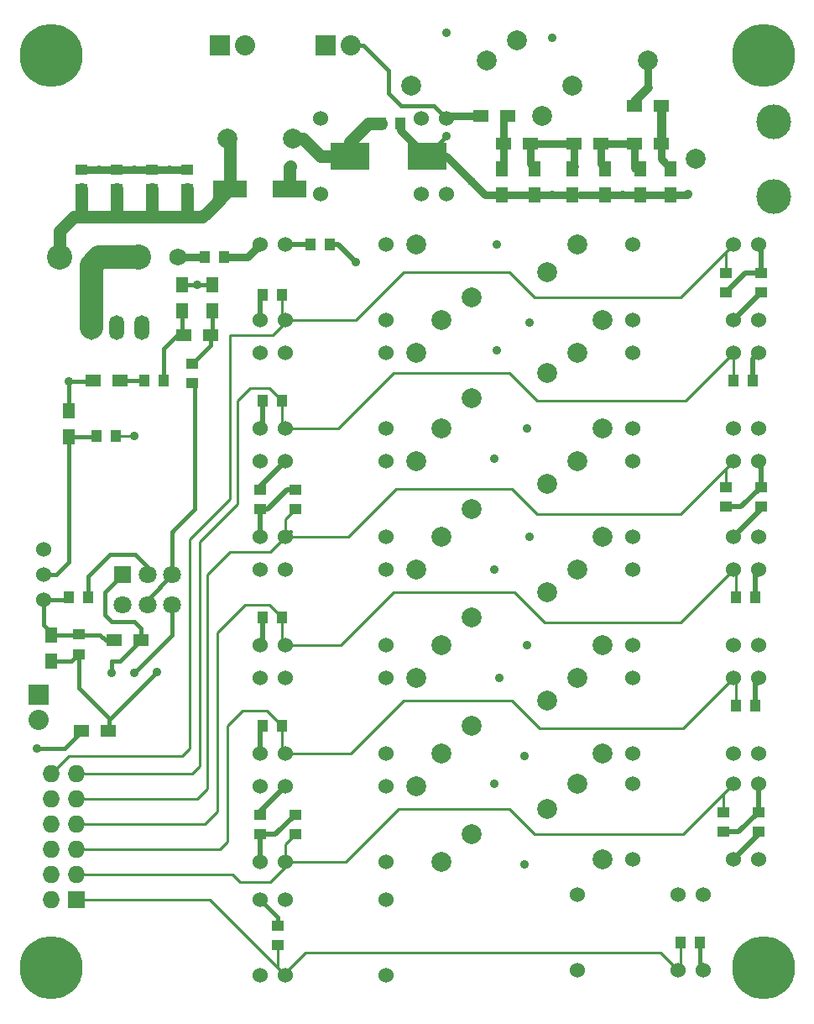
<source format=gbl>
%FSLAX46Y46*%
G04 Gerber Fmt 4.6, Leading zero omitted, Abs format (unit mm)*
G04 Created by KiCad (PCBNEW (2014-10-27 BZR 5228)-product) date 05/09/2015 11:13:03*
%MOMM*%
G01*
G04 APERTURE LIST*
%ADD10C,0.100000*%
%ADD11R,1.000000X1.250000*%
%ADD12R,1.250000X1.000000*%
%ADD13C,3.500000*%
%ADD14C,2.000000*%
%ADD15C,1.524000*%
%ADD16R,1.300000X1.500000*%
%ADD17R,1.500000X1.300000*%
%ADD18C,6.350000*%
%ADD19R,2.032000X2.032000*%
%ADD20O,2.032000X2.032000*%
%ADD21O,1.501140X2.499360*%
%ADD22C,2.540000*%
%ADD23C,1.727200*%
%ADD24R,4.000500X2.700020*%
%ADD25R,3.500120X1.800860*%
%ADD26C,1.998980*%
%ADD27R,1.727200X1.727200*%
%ADD28O,1.727200X1.727200*%
%ADD29R,1.800000X1.800000*%
%ADD30C,1.800000*%
%ADD31C,0.889000*%
%ADD32C,0.381000*%
%ADD33C,0.254000*%
%ADD34C,1.270000*%
%ADD35C,0.508000*%
%ADD36C,0.780000*%
%ADD37C,0.910000*%
%ADD38C,2.400000*%
G04 APERTURE END LIST*
D10*
D11*
X128540000Y-71882000D03*
X130540000Y-71882000D03*
X125714000Y-77470000D03*
X123714000Y-77470000D03*
X152416000Y-45974000D03*
X154416000Y-45974000D03*
X134636000Y-59436000D03*
X136636000Y-59436000D03*
D12*
X125730000Y-50562000D03*
X125730000Y-52562000D03*
X132842000Y-50562000D03*
X132842000Y-52562000D03*
X122174000Y-50562000D03*
X122174000Y-52562000D03*
D13*
X192024000Y-53330000D03*
X192024000Y-45730000D03*
D14*
X184224000Y-49530000D03*
D15*
X118364000Y-91440000D03*
X118364000Y-93980000D03*
X118364000Y-88900000D03*
D16*
X178562000Y-53166000D03*
X178562000Y-50466000D03*
X175006000Y-53166000D03*
X175006000Y-50466000D03*
D17*
X171878000Y-48006000D03*
X174578000Y-48006000D03*
D16*
X171704000Y-53166000D03*
X171704000Y-50466000D03*
X135382000Y-62150000D03*
X135382000Y-64850000D03*
D17*
X132508000Y-67310000D03*
X135208000Y-67310000D03*
D16*
X132334000Y-62150000D03*
X132334000Y-64850000D03*
D17*
X180674000Y-44196000D03*
X177974000Y-44196000D03*
D16*
X181610000Y-53166000D03*
X181610000Y-50466000D03*
D17*
X177974000Y-48006000D03*
X180674000Y-48006000D03*
D18*
X191008000Y-39116000D03*
X119126000Y-39116000D03*
X191008000Y-131064000D03*
X119126000Y-131064000D03*
D19*
X117856000Y-103505000D03*
D20*
X117856000Y-106045000D03*
D17*
X123364000Y-71882000D03*
X126064000Y-71882000D03*
D16*
X120904000Y-74850000D03*
X120904000Y-77550000D03*
D12*
X129286000Y-50562000D03*
X129286000Y-52562000D03*
D15*
X159004000Y-45466000D03*
X156464000Y-45466000D03*
X146304000Y-45466000D03*
X146304000Y-53086000D03*
X159004000Y-53086000D03*
X156464000Y-53086000D03*
X140208000Y-65786000D03*
X142748000Y-65786000D03*
X152908000Y-65786000D03*
X152908000Y-58166000D03*
X140208000Y-58166000D03*
X142748000Y-58166000D03*
X140208000Y-76708000D03*
X142748000Y-76708000D03*
X152908000Y-76708000D03*
X152908000Y-69088000D03*
X140208000Y-69088000D03*
X142748000Y-69088000D03*
X140208000Y-87630000D03*
X142748000Y-87630000D03*
X152908000Y-87630000D03*
X152908000Y-80010000D03*
X140208000Y-80010000D03*
X142748000Y-80010000D03*
X140208000Y-98552000D03*
X142748000Y-98552000D03*
X152908000Y-98552000D03*
X152908000Y-90932000D03*
X140208000Y-90932000D03*
X142748000Y-90932000D03*
X140208000Y-109474000D03*
X142748000Y-109474000D03*
X152908000Y-109474000D03*
X152908000Y-101854000D03*
X140208000Y-101854000D03*
X142748000Y-101854000D03*
X140208000Y-120396000D03*
X142748000Y-120396000D03*
X152908000Y-120396000D03*
X152908000Y-112776000D03*
X140208000Y-112776000D03*
X142748000Y-112776000D03*
X140208000Y-131826000D03*
X142748000Y-131826000D03*
X152908000Y-131826000D03*
X152908000Y-124206000D03*
X140208000Y-124206000D03*
X142748000Y-124206000D03*
X190500000Y-58166000D03*
X187960000Y-58166000D03*
X177800000Y-58166000D03*
X177800000Y-65786000D03*
X190500000Y-65786000D03*
X187960000Y-65786000D03*
X190500000Y-69088000D03*
X187960000Y-69088000D03*
X177800000Y-69088000D03*
X177800000Y-76708000D03*
X190500000Y-76708000D03*
X187960000Y-76708000D03*
X190500000Y-80010000D03*
X187960000Y-80010000D03*
X177800000Y-80010000D03*
X177800000Y-87630000D03*
X190500000Y-87630000D03*
X187960000Y-87630000D03*
X190500000Y-90932000D03*
X187960000Y-90932000D03*
X177800000Y-90932000D03*
X177800000Y-98552000D03*
X190500000Y-98552000D03*
X187960000Y-98552000D03*
X190500000Y-101854000D03*
X187960000Y-101854000D03*
X177800000Y-101854000D03*
X177800000Y-109474000D03*
X190500000Y-109474000D03*
X187960000Y-109474000D03*
X190500000Y-112522000D03*
X187960000Y-112522000D03*
X177800000Y-112522000D03*
X177800000Y-120142000D03*
X190500000Y-120142000D03*
X187960000Y-120142000D03*
D19*
X146812000Y-38100000D03*
D20*
X149352000Y-38100000D03*
D19*
X136144000Y-38100000D03*
D20*
X138684000Y-38100000D03*
D21*
X125730000Y-66548000D03*
X128270000Y-66548000D03*
X123190000Y-66548000D03*
D22*
X119984000Y-59436000D03*
D23*
X123984000Y-59436000D03*
D22*
X127984000Y-59436000D03*
D23*
X131984000Y-59436000D03*
D24*
X157050740Y-49276000D03*
X149273260Y-49276000D03*
D25*
X143207740Y-52578000D03*
X137208260Y-52578000D03*
D11*
X147304000Y-58166000D03*
X145304000Y-58166000D03*
D26*
X179324000Y-39624000D03*
X171704000Y-42164000D03*
X168656000Y-45212000D03*
X166116000Y-37592000D03*
X155956000Y-58166000D03*
X158496000Y-65786000D03*
X155956000Y-69088000D03*
X158496000Y-76708000D03*
X155956000Y-80010000D03*
X158496000Y-87630000D03*
X155956000Y-90932000D03*
X158496000Y-98552000D03*
X155956000Y-101854000D03*
X158496000Y-109474000D03*
X155956000Y-112776000D03*
X158496000Y-120396000D03*
X161544000Y-63500000D03*
X169164000Y-60960000D03*
X161544000Y-73660000D03*
X169164000Y-71120000D03*
X161544000Y-84836000D03*
X169164000Y-82296000D03*
X161544000Y-95758000D03*
X169164000Y-93218000D03*
X161544000Y-106680000D03*
X169164000Y-104140000D03*
X161544000Y-117602000D03*
X169164000Y-115062000D03*
X172212000Y-58166000D03*
X174752000Y-65786000D03*
X172212000Y-69088000D03*
X174752000Y-76708000D03*
X172212000Y-80010000D03*
X174752000Y-87630000D03*
X172212000Y-90932000D03*
X174752000Y-98552000D03*
X172212000Y-101854000D03*
X174752000Y-109474000D03*
X172212000Y-112522000D03*
X174752000Y-120142000D03*
X143507460Y-47498000D03*
X136908540Y-47498000D03*
X163068000Y-39624000D03*
X155448000Y-42164000D03*
D12*
X190754000Y-62976000D03*
X190754000Y-60976000D03*
X190500000Y-117332000D03*
X190500000Y-115332000D03*
X140208000Y-115586000D03*
X140208000Y-117586000D03*
X140208000Y-82820000D03*
X140208000Y-84820000D03*
X190754000Y-84566000D03*
X190754000Y-82566000D03*
X187198000Y-62976000D03*
X187198000Y-60976000D03*
D11*
X189976000Y-71882000D03*
X187976000Y-71882000D03*
D12*
X187198000Y-84566000D03*
X187198000Y-82566000D03*
D11*
X190230000Y-93726000D03*
X188230000Y-93726000D03*
X190230000Y-104648000D03*
X188230000Y-104648000D03*
D12*
X186944000Y-117332000D03*
X186944000Y-115332000D03*
D11*
X140478000Y-63246000D03*
X142478000Y-63246000D03*
X140478000Y-73914000D03*
X142478000Y-73914000D03*
D12*
X143764000Y-82820000D03*
X143764000Y-84820000D03*
D11*
X140478000Y-95758000D03*
X142478000Y-95758000D03*
X140478000Y-106680000D03*
X142478000Y-106680000D03*
D12*
X143764000Y-115586000D03*
X143764000Y-117586000D03*
X141986000Y-126762000D03*
X141986000Y-128762000D03*
D16*
X167894000Y-53166000D03*
X167894000Y-50466000D03*
D17*
X164766000Y-48006000D03*
X167466000Y-48006000D03*
D16*
X164592000Y-53166000D03*
X164592000Y-50466000D03*
D17*
X162480000Y-45212000D03*
X165180000Y-45212000D03*
D11*
X184642000Y-128524000D03*
X182642000Y-128524000D03*
D15*
X184912000Y-123698000D03*
X182372000Y-123698000D03*
X172212000Y-123698000D03*
X172212000Y-131318000D03*
X184912000Y-131318000D03*
X182372000Y-131318000D03*
D12*
X121920000Y-99425000D03*
X121920000Y-97425000D03*
X133350000Y-72120000D03*
X133350000Y-70120000D03*
D11*
X120920000Y-93726000D03*
X122920000Y-93726000D03*
D17*
X124921000Y-107188000D03*
X122221000Y-107188000D03*
D16*
X119126000Y-97456000D03*
X119126000Y-100156000D03*
D17*
X125523000Y-98044000D03*
X128223000Y-98044000D03*
D27*
X121666000Y-124206000D03*
D28*
X119126000Y-124206000D03*
X121666000Y-121666000D03*
X119126000Y-121666000D03*
X121666000Y-119126000D03*
X119126000Y-119126000D03*
X121666000Y-116586000D03*
X119126000Y-116586000D03*
X121666000Y-114046000D03*
X119126000Y-114046000D03*
X121666000Y-111506000D03*
X119126000Y-111506000D03*
D29*
X126365000Y-91440000D03*
D30*
X128865000Y-91440000D03*
X126365000Y-94440000D03*
X131365000Y-91440000D03*
X131365000Y-94440000D03*
X128865000Y-94440000D03*
D31*
X127508000Y-77470000D03*
X133858000Y-62230000D03*
X169672000Y-37338000D03*
X131064000Y-50562000D03*
X127508000Y-50562000D03*
X123952000Y-50562000D03*
X164084000Y-58166000D03*
X167386000Y-66040000D03*
X167132000Y-76708000D03*
X163830000Y-79756000D03*
X164084000Y-68834000D03*
X167386000Y-87630000D03*
X163830000Y-90932000D03*
X167132000Y-98552000D03*
X164338000Y-101854000D03*
X166878000Y-109728000D03*
X163830000Y-112522000D03*
X166878000Y-120650000D03*
X143256000Y-50292000D03*
X159004000Y-36830000D03*
X183388000Y-53086000D03*
X159004000Y-47244000D03*
X169672000Y-53166000D03*
X176784000Y-53166000D03*
X161544000Y-51816000D03*
X149860000Y-59944000D03*
X117729000Y-108966000D03*
X120904000Y-71962000D03*
X125222000Y-101346000D03*
X127508000Y-101346000D03*
X129794000Y-101219000D03*
D32*
X118364000Y-93980000D02*
X120666000Y-93980000D01*
X120666000Y-93980000D02*
X120920000Y-93726000D01*
X122174000Y-97456000D02*
X119126000Y-97456000D01*
D33*
X125714000Y-77470000D02*
X127508000Y-77470000D01*
D32*
X119126000Y-97456000D02*
X119126000Y-97282000D01*
X119126000Y-97282000D02*
X118364000Y-96520000D01*
X118364000Y-96520000D02*
X118364000Y-93980000D01*
X135302000Y-62230000D02*
X133858000Y-62230000D01*
X133778000Y-62150000D02*
X133858000Y-62230000D01*
X133778000Y-62150000D02*
X132334000Y-62150000D01*
X135302000Y-62230000D02*
X135382000Y-62150000D01*
X125952000Y-77708000D02*
X125714000Y-77470000D01*
D34*
X136017000Y-38227000D02*
X136144000Y-38100000D01*
D35*
X140208000Y-65786000D02*
X140208000Y-63516000D01*
X140208000Y-63516000D02*
X140478000Y-63246000D01*
X140478000Y-63246000D02*
X140478000Y-63484000D01*
X140208000Y-63516000D02*
X140478000Y-63246000D01*
X140208000Y-84820000D02*
X140986000Y-84820000D01*
X142986000Y-82820000D02*
X143764000Y-82820000D01*
X140986000Y-84820000D02*
X142986000Y-82820000D01*
X140208000Y-84820000D02*
X140208000Y-87630000D01*
X140478000Y-95758000D02*
X140478000Y-98282000D01*
X140478000Y-98282000D02*
X140208000Y-98552000D01*
X140478000Y-73914000D02*
X140478000Y-76438000D01*
X140478000Y-76438000D02*
X140208000Y-76708000D01*
X140208000Y-109474000D02*
X140208000Y-106950000D01*
X140208000Y-106950000D02*
X140478000Y-106680000D01*
X140208000Y-117586000D02*
X141764000Y-117586000D01*
X141764000Y-117586000D02*
X143764000Y-115586000D01*
X140208000Y-117586000D02*
X140208000Y-120396000D01*
X190230000Y-93726000D02*
X190230000Y-91202000D01*
X190230000Y-91202000D02*
X190500000Y-90932000D01*
X190500000Y-115332000D02*
X190500000Y-112522000D01*
X186944000Y-117332000D02*
X188500000Y-117332000D01*
X188500000Y-117332000D02*
X190500000Y-115332000D01*
X190230000Y-104648000D02*
X190230000Y-102124000D01*
X190230000Y-102124000D02*
X190500000Y-101854000D01*
X189976000Y-71882000D02*
X189976000Y-69612000D01*
X189976000Y-69612000D02*
X190500000Y-69088000D01*
X190754000Y-60976000D02*
X189198000Y-60976000D01*
X189198000Y-60976000D02*
X187198000Y-62976000D01*
X190754000Y-60976000D02*
X190754000Y-58420000D01*
X190754000Y-58420000D02*
X190500000Y-58166000D01*
X187198000Y-84566000D02*
X188754000Y-84566000D01*
X188754000Y-84566000D02*
X190754000Y-82566000D01*
X190754000Y-82566000D02*
X190754000Y-80264000D01*
X190754000Y-80264000D02*
X190500000Y-80010000D01*
D36*
X129286000Y-50562000D02*
X131064000Y-50562000D01*
X131064000Y-50562000D02*
X132842000Y-50562000D01*
X125730000Y-50562000D02*
X127508000Y-50562000D01*
X127508000Y-50562000D02*
X129286000Y-50562000D01*
X122174000Y-50562000D02*
X123952000Y-50562000D01*
X123952000Y-50562000D02*
X125730000Y-50562000D01*
D34*
X143207740Y-50340260D02*
X143256000Y-50292000D01*
X143207740Y-52578000D02*
X143207740Y-50340260D01*
D36*
X181610000Y-53166000D02*
X183308000Y-53166000D01*
X178562000Y-53166000D02*
X181610000Y-53166000D01*
X176784000Y-53166000D02*
X178054000Y-53166000D01*
X175514000Y-53166000D02*
X176784000Y-53166000D01*
X173990000Y-53166000D02*
X175514000Y-53166000D01*
X172466000Y-53166000D02*
X173990000Y-53166000D01*
X183308000Y-53166000D02*
X183388000Y-53086000D01*
D32*
X157480000Y-49276000D02*
X157050740Y-49276000D01*
X157050740Y-49197260D02*
X159004000Y-47244000D01*
X157050740Y-49276000D02*
X157050740Y-49197260D01*
D36*
X154416000Y-46641260D02*
X157050740Y-49276000D01*
X154416000Y-45974000D02*
X154416000Y-46641260D01*
X169672000Y-53166000D02*
X171704000Y-53166000D01*
X167894000Y-53166000D02*
X169672000Y-53166000D01*
X164592000Y-53166000D02*
X167894000Y-53166000D01*
X162894000Y-53166000D02*
X164592000Y-53166000D01*
X161544000Y-51816000D02*
X162894000Y-53166000D01*
X159004000Y-49276000D02*
X161544000Y-51816000D01*
X157050740Y-49276000D02*
X159004000Y-49276000D01*
D32*
X184642000Y-131048000D02*
X184912000Y-131318000D01*
X184642000Y-128524000D02*
X184642000Y-131048000D01*
X141986000Y-125984000D02*
X140208000Y-124206000D01*
X141986000Y-126762000D02*
X141986000Y-125984000D01*
D35*
X148082000Y-58166000D02*
X149860000Y-59944000D01*
X147304000Y-58166000D02*
X148082000Y-58166000D01*
D32*
X124046000Y-97456000D02*
X122174000Y-97456000D01*
X124046000Y-97456000D02*
X124634000Y-98044000D01*
X125523000Y-98044000D02*
X124634000Y-98044000D01*
X122221000Y-107188000D02*
X122221000Y-107268000D01*
X122221000Y-107268000D02*
X120523000Y-108966000D01*
X120523000Y-108966000D02*
X117729000Y-108966000D01*
D36*
X131984000Y-59436000D02*
X134636000Y-59436000D01*
D34*
X122174000Y-52562000D02*
X122174000Y-55372000D01*
X122174000Y-55372000D02*
X121412000Y-55372000D01*
X125730000Y-52562000D02*
X125730000Y-55372000D01*
X125730000Y-55372000D02*
X125730000Y-55118000D01*
X125730000Y-55118000D02*
X125730000Y-55372000D01*
X129286000Y-52562000D02*
X129286000Y-55372000D01*
X129286000Y-55372000D02*
X129286000Y-54864000D01*
X129286000Y-54864000D02*
X129286000Y-55372000D01*
X132842000Y-52562000D02*
X132842000Y-55372000D01*
X132842000Y-55372000D02*
X132842000Y-54864000D01*
X132842000Y-54864000D02*
X132842000Y-55372000D01*
X119984000Y-59436000D02*
X119984000Y-56800000D01*
X121412000Y-55372000D02*
X125730000Y-55372000D01*
X125730000Y-55372000D02*
X129286000Y-55372000D01*
X129286000Y-55372000D02*
X132842000Y-55372000D01*
X119984000Y-56800000D02*
X121412000Y-55372000D01*
X134414260Y-55372000D02*
X134874000Y-54912260D01*
X134874000Y-54912260D02*
X137208260Y-52578000D01*
X132842000Y-55372000D02*
X134414260Y-55372000D01*
X137208260Y-47797720D02*
X136908540Y-47498000D01*
X137208260Y-52578000D02*
X137208260Y-47797720D01*
D36*
X179324000Y-42291000D02*
X179324000Y-39624000D01*
D37*
X177974000Y-43641000D02*
X179324000Y-42291000D01*
X177974000Y-44196000D02*
X177974000Y-43641000D01*
D32*
X126064000Y-71882000D02*
X128540000Y-71882000D01*
X132508000Y-67310000D02*
X131826000Y-67310000D01*
X131826000Y-67310000D02*
X130540000Y-68596000D01*
X130540000Y-68596000D02*
X130540000Y-71882000D01*
X132334000Y-64850000D02*
X132334000Y-67136000D01*
X132334000Y-67136000D02*
X132508000Y-67310000D01*
X123634000Y-77550000D02*
X123714000Y-77470000D01*
X120904000Y-77550000D02*
X123634000Y-77550000D01*
X119634000Y-91440000D02*
X120904000Y-90170000D01*
X120904000Y-90170000D02*
X120904000Y-77550000D01*
X118364000Y-91440000D02*
X119634000Y-91440000D01*
X120904000Y-71962000D02*
X123284000Y-71962000D01*
X123284000Y-71962000D02*
X123364000Y-71882000D01*
X120904000Y-74850000D02*
X120904000Y-71962000D01*
X162226000Y-45466000D02*
X162480000Y-45212000D01*
D36*
X159258000Y-45212000D02*
X159004000Y-45466000D01*
X162480000Y-45212000D02*
X159258000Y-45212000D01*
D32*
X150622000Y-38100000D02*
X149352000Y-38100000D01*
X154432000Y-44196000D02*
X154178000Y-43942000D01*
X157734000Y-44196000D02*
X154432000Y-44196000D01*
X153162000Y-42926000D02*
X154178000Y-43942000D01*
X153162000Y-40640000D02*
X153162000Y-42926000D01*
X150622000Y-38100000D02*
X153162000Y-40640000D01*
X159004000Y-45466000D02*
X157734000Y-44196000D01*
D33*
X119126000Y-111506000D02*
X120396000Y-110236000D01*
X137160000Y-83820000D02*
X137160000Y-74930000D01*
X133096000Y-87884000D02*
X137160000Y-83820000D01*
X133096000Y-107188000D02*
X133096000Y-87884000D01*
X133096000Y-107188000D02*
X133096000Y-108966000D01*
X132842000Y-109220000D02*
X133096000Y-108966000D01*
X132334000Y-109728000D02*
X132842000Y-109220000D01*
X120904000Y-109728000D02*
X132334000Y-109728000D01*
X120396000Y-110236000D02*
X120904000Y-109728000D01*
X137160000Y-74930000D02*
X137160000Y-67310000D01*
X142478000Y-63246000D02*
X142478000Y-65516000D01*
X142478000Y-65516000D02*
X142748000Y-65786000D01*
X187198000Y-60976000D02*
X187198000Y-58928000D01*
X187198000Y-58928000D02*
X187960000Y-58166000D01*
X149860000Y-65786000D02*
X154686000Y-60960000D01*
X154686000Y-60960000D02*
X165354000Y-60960000D01*
X165354000Y-60960000D02*
X167894000Y-63500000D01*
X167894000Y-63500000D02*
X182626000Y-63500000D01*
X182626000Y-63500000D02*
X187960000Y-58166000D01*
X142748000Y-65786000D02*
X149860000Y-65786000D01*
X141478000Y-67310000D02*
X137160000Y-67310000D01*
X142748000Y-66040000D02*
X141478000Y-67310000D01*
X142748000Y-65786000D02*
X142748000Y-66040000D01*
X137160000Y-74930000D02*
X137160000Y-74676000D01*
X121666000Y-111506000D02*
X133350000Y-111506000D01*
X142478000Y-73914000D02*
X142478000Y-76438000D01*
X142478000Y-76438000D02*
X142748000Y-76708000D01*
X137922000Y-75438000D02*
X137922000Y-73914000D01*
X141208000Y-72644000D02*
X142478000Y-73914000D01*
X139192000Y-72644000D02*
X141208000Y-72644000D01*
X137922000Y-73914000D02*
X139192000Y-72644000D01*
X187976000Y-71882000D02*
X187976000Y-69104000D01*
X187976000Y-69104000D02*
X187960000Y-69088000D01*
X137922000Y-84328000D02*
X137922000Y-75438000D01*
X137922000Y-75438000D02*
X137922000Y-75184000D01*
X148082000Y-76708000D02*
X153670000Y-71120000D01*
X153670000Y-71120000D02*
X165354000Y-71120000D01*
X165354000Y-71120000D02*
X168148000Y-73914000D01*
X168148000Y-73914000D02*
X183134000Y-73914000D01*
X183134000Y-73914000D02*
X187960000Y-69088000D01*
X142748000Y-76708000D02*
X148082000Y-76708000D01*
X134112000Y-109220000D02*
X134112000Y-88138000D01*
X134112000Y-88138000D02*
X137922000Y-84328000D01*
X134112000Y-110744000D02*
X134112000Y-109220000D01*
X133350000Y-111506000D02*
X134112000Y-110744000D01*
X121666000Y-114046000D02*
X133858000Y-114046000D01*
X142748000Y-87630000D02*
X142748000Y-85836000D01*
X142748000Y-85836000D02*
X143764000Y-84820000D01*
X187198000Y-82566000D02*
X187198000Y-80772000D01*
X187198000Y-80772000D02*
X187960000Y-80010000D01*
X149098000Y-87630000D02*
X153924000Y-82804000D01*
X153924000Y-82804000D02*
X165608000Y-82804000D01*
X165608000Y-82804000D02*
X168148000Y-85344000D01*
X168148000Y-85344000D02*
X182626000Y-85344000D01*
X182626000Y-85344000D02*
X187960000Y-80010000D01*
X142748000Y-87630000D02*
X149098000Y-87630000D01*
D32*
X143256000Y-87122000D02*
X142748000Y-87630000D01*
D33*
X141224000Y-89154000D02*
X142748000Y-87630000D01*
X133858000Y-114046000D02*
X134874000Y-113030000D01*
X134874000Y-112268000D02*
X134874000Y-91694000D01*
X134874000Y-91440000D02*
X137160000Y-89154000D01*
X137160000Y-89154000D02*
X141224000Y-89154000D01*
X134874000Y-91694000D02*
X134874000Y-91440000D01*
X134874000Y-112268000D02*
X134874000Y-113030000D01*
X121666000Y-116586000D02*
X134620000Y-116586000D01*
X134620000Y-116586000D02*
X135382000Y-115824000D01*
X135382000Y-115824000D02*
X135636000Y-115570000D01*
X135509000Y-115697000D02*
X135636000Y-115570000D01*
X135382000Y-115824000D02*
X135509000Y-115697000D01*
X135890000Y-115316000D02*
X135509000Y-115697000D01*
X135890000Y-98552000D02*
X135890000Y-97282000D01*
X135890000Y-114808000D02*
X135890000Y-98552000D01*
X135890000Y-115316000D02*
X135890000Y-114808000D01*
X142478000Y-95758000D02*
X142478000Y-98282000D01*
X142478000Y-98282000D02*
X142748000Y-98552000D01*
X188230000Y-93726000D02*
X188230000Y-91202000D01*
X188230000Y-91202000D02*
X187960000Y-90932000D01*
X148336000Y-98552000D02*
X153670000Y-93218000D01*
X153670000Y-93218000D02*
X165862000Y-93218000D01*
X165862000Y-93218000D02*
X168910000Y-96266000D01*
X168910000Y-96266000D02*
X182626000Y-96266000D01*
X182626000Y-96266000D02*
X187960000Y-90932000D01*
X142748000Y-98552000D02*
X148336000Y-98552000D01*
X142478000Y-95758000D02*
X141208000Y-94488000D01*
X138684000Y-94488000D02*
X141208000Y-94488000D01*
X135890000Y-97282000D02*
X138684000Y-94488000D01*
X121666000Y-119126000D02*
X136144000Y-119126000D01*
X142478000Y-106680000D02*
X142478000Y-109204000D01*
X142478000Y-109204000D02*
X142748000Y-109474000D01*
X188230000Y-104648000D02*
X188230000Y-102124000D01*
X188230000Y-102124000D02*
X187960000Y-101854000D01*
X149352000Y-109474000D02*
X154686000Y-104140000D01*
X154686000Y-104140000D02*
X165608000Y-104140000D01*
X165608000Y-104140000D02*
X168402000Y-106934000D01*
X168402000Y-106934000D02*
X182880000Y-106934000D01*
X182880000Y-106934000D02*
X187960000Y-101854000D01*
X142748000Y-109474000D02*
X149352000Y-109474000D01*
X136906000Y-106680000D02*
X138430000Y-105156000D01*
X138430000Y-105156000D02*
X140954000Y-105156000D01*
X140954000Y-105156000D02*
X142478000Y-106680000D01*
X136906000Y-115316000D02*
X136906000Y-108712000D01*
X136906000Y-108712000D02*
X136906000Y-106680000D01*
X136906000Y-115316000D02*
X136906000Y-118364000D01*
X136144000Y-119126000D02*
X136906000Y-118364000D01*
X121666000Y-121666000D02*
X137414000Y-121666000D01*
X137668000Y-121920000D02*
X138176000Y-122428000D01*
X139192000Y-122428000D02*
X138176000Y-122428000D01*
X141224000Y-122428000D02*
X142748000Y-120904000D01*
X139192000Y-122428000D02*
X141224000Y-122428000D01*
X137414000Y-121666000D02*
X137668000Y-121920000D01*
X142748000Y-120396000D02*
X142748000Y-118602000D01*
X142748000Y-118602000D02*
X143764000Y-117586000D01*
D35*
X143764000Y-117586000D02*
X143780000Y-117602000D01*
D33*
X186944000Y-113538000D02*
X183134000Y-117348000D01*
X182880000Y-117602000D02*
X181356000Y-117602000D01*
X183134000Y-117348000D02*
X182880000Y-117602000D01*
X186944000Y-115332000D02*
X186944000Y-113538000D01*
X186944000Y-113538000D02*
X187960000Y-112522000D01*
X148844000Y-120396000D02*
X154178000Y-115062000D01*
X142748000Y-120396000D02*
X148844000Y-120396000D01*
X167894000Y-117602000D02*
X181356000Y-117602000D01*
X165354000Y-115062000D02*
X167894000Y-117602000D01*
X154178000Y-115062000D02*
X165354000Y-115062000D01*
X142748000Y-120904000D02*
X142748000Y-120396000D01*
X121666000Y-124206000D02*
X135128000Y-124206000D01*
X135382000Y-124460000D02*
X141478000Y-130556000D01*
X135128000Y-124206000D02*
X135382000Y-124460000D01*
X144780000Y-129540000D02*
X180594000Y-129540000D01*
X180594000Y-129540000D02*
X182372000Y-131318000D01*
X142748000Y-131572000D02*
X144780000Y-129540000D01*
X142748000Y-131826000D02*
X142748000Y-131572000D01*
X141986000Y-131064000D02*
X142748000Y-131826000D01*
X141986000Y-128762000D02*
X141986000Y-131064000D01*
X182642000Y-131048000D02*
X182372000Y-131318000D01*
X182642000Y-128524000D02*
X182642000Y-131048000D01*
X141478000Y-130556000D02*
X141224000Y-130302000D01*
X142748000Y-131826000D02*
X141478000Y-130556000D01*
D38*
X123984000Y-59436000D02*
X127984000Y-59436000D01*
X123190000Y-66548000D02*
X123190000Y-60230000D01*
X123190000Y-60230000D02*
X123984000Y-59436000D01*
D36*
X180674000Y-48006000D02*
X180674000Y-49530000D01*
X180674000Y-49530000D02*
X181610000Y-50466000D01*
D37*
X180674000Y-48006000D02*
X180674000Y-44196000D01*
D36*
X177974000Y-48006000D02*
X177974000Y-50386000D01*
X177974000Y-50386000D02*
X178054000Y-50466000D01*
X174578000Y-48006000D02*
X177974000Y-48006000D01*
X174578000Y-50038000D02*
X175006000Y-50466000D01*
X174578000Y-48006000D02*
X174578000Y-50038000D01*
X164766000Y-50292000D02*
X164592000Y-50466000D01*
X164766000Y-48006000D02*
X164766000Y-50292000D01*
X164766000Y-45626000D02*
X165180000Y-45212000D01*
X164766000Y-48006000D02*
X164766000Y-45626000D01*
X136636000Y-59436000D02*
X138938000Y-59436000D01*
X138938000Y-59436000D02*
X140208000Y-58166000D01*
X167466000Y-50038000D02*
X167894000Y-50466000D01*
X167466000Y-48006000D02*
X167466000Y-50038000D01*
X171878000Y-48006000D02*
X167466000Y-48006000D01*
D35*
X171878000Y-50292000D02*
X171704000Y-50466000D01*
D37*
X171878000Y-50292000D02*
X171704000Y-50466000D01*
D36*
X171878000Y-50292000D02*
X171704000Y-50466000D01*
X171878000Y-48006000D02*
X171878000Y-50292000D01*
D32*
X122920000Y-93726000D02*
X122920000Y-91583000D01*
X122920000Y-91583000D02*
X123063000Y-91440000D01*
X123063000Y-91440000D02*
X125095000Y-89408000D01*
X125095000Y-89408000D02*
X127635000Y-89408000D01*
X127635000Y-89408000D02*
X128865000Y-90638000D01*
X128865000Y-90638000D02*
X128865000Y-91440000D01*
D34*
X144526000Y-47498000D02*
X143507460Y-47498000D01*
X144526000Y-47498000D02*
X146304000Y-49276000D01*
X149273260Y-49276000D02*
X146304000Y-49276000D01*
X151130000Y-45974000D02*
X149273260Y-47830740D01*
X149273260Y-47830740D02*
X149273260Y-49276000D01*
X152416000Y-45974000D02*
X151130000Y-45974000D01*
D35*
X140208000Y-82820000D02*
X140208000Y-82550000D01*
X140208000Y-82550000D02*
X142748000Y-80010000D01*
X140208000Y-115586000D02*
X140208000Y-115316000D01*
X140208000Y-115316000D02*
X142748000Y-112776000D01*
X190500000Y-117332000D02*
X190500000Y-117602000D01*
X190500000Y-117602000D02*
X187960000Y-120142000D01*
X190754000Y-62976000D02*
X190754000Y-62992000D01*
X190754000Y-62992000D02*
X187960000Y-65786000D01*
X190754000Y-84566000D02*
X190754000Y-84836000D01*
X190754000Y-84836000D02*
X187960000Y-87630000D01*
X142478000Y-113046000D02*
X142748000Y-112776000D01*
X145304000Y-58166000D02*
X142748000Y-58166000D01*
D32*
X131365000Y-91440000D02*
X131365000Y-87075000D01*
X131445000Y-87122000D02*
X131445000Y-86995000D01*
X131412000Y-87122000D02*
X131445000Y-87122000D01*
X131365000Y-87075000D02*
X131412000Y-87122000D01*
X128865000Y-94440000D02*
X128865000Y-93940000D01*
X128865000Y-93940000D02*
X131365000Y-91440000D01*
X133604000Y-75946000D02*
X133604000Y-84836000D01*
X133604000Y-84836000D02*
X131445000Y-86995000D01*
X133604000Y-72374000D02*
X133604000Y-75946000D01*
X133604000Y-72374000D02*
X133350000Y-72120000D01*
X135208000Y-67310000D02*
X135208000Y-68262000D01*
X135208000Y-68262000D02*
X133350000Y-70120000D01*
X135382000Y-64850000D02*
X135382000Y-67136000D01*
X135382000Y-67136000D02*
X135208000Y-67310000D01*
X125984000Y-100156000D02*
X126064000Y-100156000D01*
X125222000Y-100156000D02*
X125984000Y-100156000D01*
X125222000Y-101346000D02*
X125222000Y-100156000D01*
X127508000Y-96139000D02*
X128223000Y-96854000D01*
X128223000Y-96854000D02*
X128223000Y-98044000D01*
X125603000Y-96139000D02*
X125222000Y-96139000D01*
X125222000Y-96139000D02*
X124587000Y-95504000D01*
X124587000Y-95504000D02*
X124587000Y-93218000D01*
X126365000Y-91440000D02*
X124587000Y-93218000D01*
X125603000Y-96139000D02*
X127508000Y-96139000D01*
X126111000Y-100156000D02*
X128223000Y-98044000D01*
X125984000Y-100156000D02*
X126111000Y-100156000D01*
X131365000Y-94440000D02*
X131365000Y-97489000D01*
X131365000Y-97489000D02*
X127508000Y-101346000D01*
X124968000Y-106045000D02*
X124968000Y-105918000D01*
X124968000Y-105918000D02*
X121920000Y-102870000D01*
X126920000Y-104093000D02*
X124968000Y-106045000D01*
X126920000Y-104093000D02*
X129794000Y-101219000D01*
X124968000Y-106045000D02*
X124968000Y-107141000D01*
X124968000Y-107141000D02*
X124921000Y-107188000D01*
X121920000Y-99425000D02*
X121920000Y-102870000D01*
X119126000Y-100156000D02*
X121189000Y-100156000D01*
X121189000Y-100156000D02*
X121920000Y-99425000D01*
D33*
X119126000Y-100156000D02*
X119206000Y-100156000D01*
D32*
X119126000Y-100156000D02*
X119126000Y-100584000D01*
M02*

</source>
